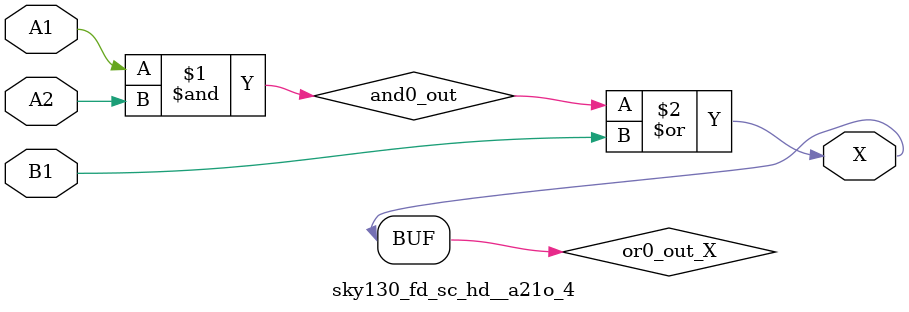
<source format=v>
/*
 * Copyright 2020 The SkyWater PDK Authors
 *
 * Licensed under the Apache License, Version 2.0 (the "License");
 * you may not use this file except in compliance with the License.
 * You may obtain a copy of the License at
 *
 *     https://www.apache.org/licenses/LICENSE-2.0
 *
 * Unless required by applicable law or agreed to in writing, software
 * distributed under the License is distributed on an "AS IS" BASIS,
 * WITHOUT WARRANTIES OR CONDITIONS OF ANY KIND, either express or implied.
 * See the License for the specific language governing permissions and
 * limitations under the License.
 *
 * SPDX-License-Identifier: Apache-2.0
*/


`ifndef SKY130_FD_SC_HD__A21O_4_FUNCTIONAL_V
`define SKY130_FD_SC_HD__A21O_4_FUNCTIONAL_V

/**
 * a21o: 2-input AND into first input of 2-input OR.
 *
 *       X = ((A1 & A2) | B1)
 *
 * Verilog simulation functional model.
 */

`timescale 1ns / 1ps
`default_nettype none

`celldefine
module sky130_fd_sc_hd__a21o_4 (
    X ,
    A1,
    A2,
    B1
);

    // Module ports
    output X ;
    input  A1;
    input  A2;
    input  B1;

    // Local signals
    wire and0_out ;
    wire or0_out_X;

    //  Name  Output     Other arguments
    and and0 (and0_out , A1, A2         );
    or  or0  (or0_out_X, and0_out, B1   );
    buf buf0 (X        , or0_out_X      );

endmodule
`endcelldefine

`default_nettype wire
`endif  // SKY130_FD_SC_HD__A21O_4_FUNCTIONAL_V

</source>
